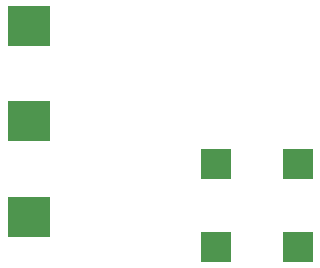
<source format=gbp>
G04 Layer_Color=128*
%FSLAX25Y25*%
%MOIN*%
G70*
G01*
G75*
%ADD42R,0.09842X0.09842*%
%ADD43R,0.14173X0.13780*%
D42*
X-25097Y-74962D02*
D03*
X2462Y-47403D02*
D03*
Y-74962D02*
D03*
X-25097Y-47403D02*
D03*
D43*
X-87317Y-33183D02*
D03*
Y-64876D02*
D03*
Y-1490D02*
D03*
M02*

</source>
